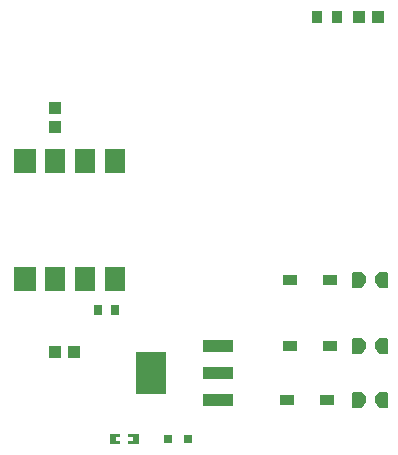
<source format=gtp>
G04 Layer: TopPasteMaskLayer*
G04 EasyEDA v6.5.34, 2023-08-21 18:11:39*
G04 3c53056fde0748dba5be5e51cb54a096,5a6b42c53f6a479593ecc07194224c93,10*
G04 Gerber Generator version 0.2*
G04 Scale: 100 percent, Rotated: No, Reflected: No *
G04 Dimensions in millimeters *
G04 leading zeros omitted , absolute positions ,4 integer and 5 decimal *
%FSLAX45Y45*%
%MOMM*%

%AMMACRO1*21,1,$1,$2,0,0,$3*%
%ADD10R,0.8000X0.9000*%
%ADD11R,0.8000X0.8000*%
%ADD12R,1.0000X1.1000*%
%ADD13R,1.1000X1.0000*%
%ADD14R,0.8999X1.0000*%
%ADD15R,1.2000X0.9500*%
%ADD16MACRO1,1.05X2.465X90.0000*%
%ADD17MACRO1,3.54X2.465X-90.0000*%
%ADD18R,1.8000X2.0000*%
%ADD19MACRO1,1.7997X2X0.0000*%

%LPD*%
G36*
X2198522Y1746808D02*
G01*
X2193493Y1741779D01*
X2193493Y1719021D01*
X2230475Y1719021D01*
X2230475Y1686001D01*
X2193493Y1686001D01*
X2193493Y1661820D01*
X2198522Y1656791D01*
X2278481Y1656791D01*
X2283510Y1661820D01*
X2283510Y1741779D01*
X2278481Y1746808D01*
G37*
G36*
X2039518Y1746808D02*
G01*
X2034489Y1741779D01*
X2034489Y1661820D01*
X2039518Y1656791D01*
X2118512Y1656791D01*
X2123490Y1661820D01*
X2123490Y1686001D01*
X2085492Y1686001D01*
X2085492Y1719021D01*
X2123490Y1719021D01*
X2123490Y1741779D01*
X2118512Y1746808D01*
G37*
G36*
X4316323Y2100834D02*
G01*
X4277817Y2053996D01*
X4277817Y2009952D01*
X4316323Y1963166D01*
X4385056Y1963166D01*
X4395063Y1973122D01*
X4395063Y2090826D01*
X4385056Y2100834D01*
G37*
G36*
X4098544Y2100834D02*
G01*
X4088536Y2090826D01*
X4088536Y1973122D01*
X4098544Y1963166D01*
X4167276Y1963166D01*
X4205782Y2009952D01*
X4205782Y2053996D01*
X4167276Y2100834D01*
G37*
G36*
X4316323Y3116834D02*
G01*
X4277817Y3069996D01*
X4277817Y3025952D01*
X4316323Y2979166D01*
X4385056Y2979166D01*
X4395063Y2989122D01*
X4395063Y3106826D01*
X4385056Y3116834D01*
G37*
G36*
X4098544Y3116834D02*
G01*
X4088536Y3106826D01*
X4088536Y2989122D01*
X4098544Y2979166D01*
X4167276Y2979166D01*
X4205782Y3025952D01*
X4205782Y3069996D01*
X4167276Y3116834D01*
G37*
G36*
X4316323Y2558034D02*
G01*
X4277817Y2511196D01*
X4277817Y2467152D01*
X4316323Y2420366D01*
X4385056Y2420366D01*
X4395063Y2430322D01*
X4395063Y2548026D01*
X4385056Y2558034D01*
G37*
G36*
X4098544Y2558034D02*
G01*
X4088536Y2548026D01*
X4088536Y2430322D01*
X4098544Y2420366D01*
X4167276Y2420366D01*
X4205782Y2467152D01*
X4205782Y2511196D01*
X4167276Y2558034D01*
G37*
D10*
G01*
X1936597Y2794000D03*
G01*
X2076602Y2794000D03*
D11*
G01*
X2531109Y1701800D03*
G01*
X2701290Y1701800D03*
D12*
G01*
X1571015Y2438400D03*
G01*
X1731010Y2438400D03*
D13*
G01*
X1574800Y4339589D03*
G01*
X1574800Y4499610D03*
D12*
G01*
X4149090Y5270500D03*
G01*
X4309084Y5270500D03*
D14*
G01*
X3788486Y5270500D03*
G01*
X3958488Y5270500D03*
D15*
G01*
X3538397Y2032000D03*
G01*
X3878402Y2032000D03*
G01*
X3903802Y3048000D03*
G01*
X3563797Y3048000D03*
G01*
X3903802Y2489200D03*
G01*
X3563797Y2489200D03*
D16*
G01*
X2952744Y2030595D03*
G01*
X2952744Y2260594D03*
G01*
X2952744Y2490594D03*
D17*
G01*
X2381244Y2260594D03*
D18*
G01*
X2082800Y4055998D03*
G01*
X1828800Y4055998D03*
G01*
X1574800Y4055998D03*
D19*
G01*
X1320811Y4055991D03*
D18*
G01*
X1828800Y3056001D03*
G01*
X2082800Y3056001D03*
D19*
G01*
X1320811Y3055994D03*
D18*
G01*
X1574800Y3056001D03*
M02*

</source>
